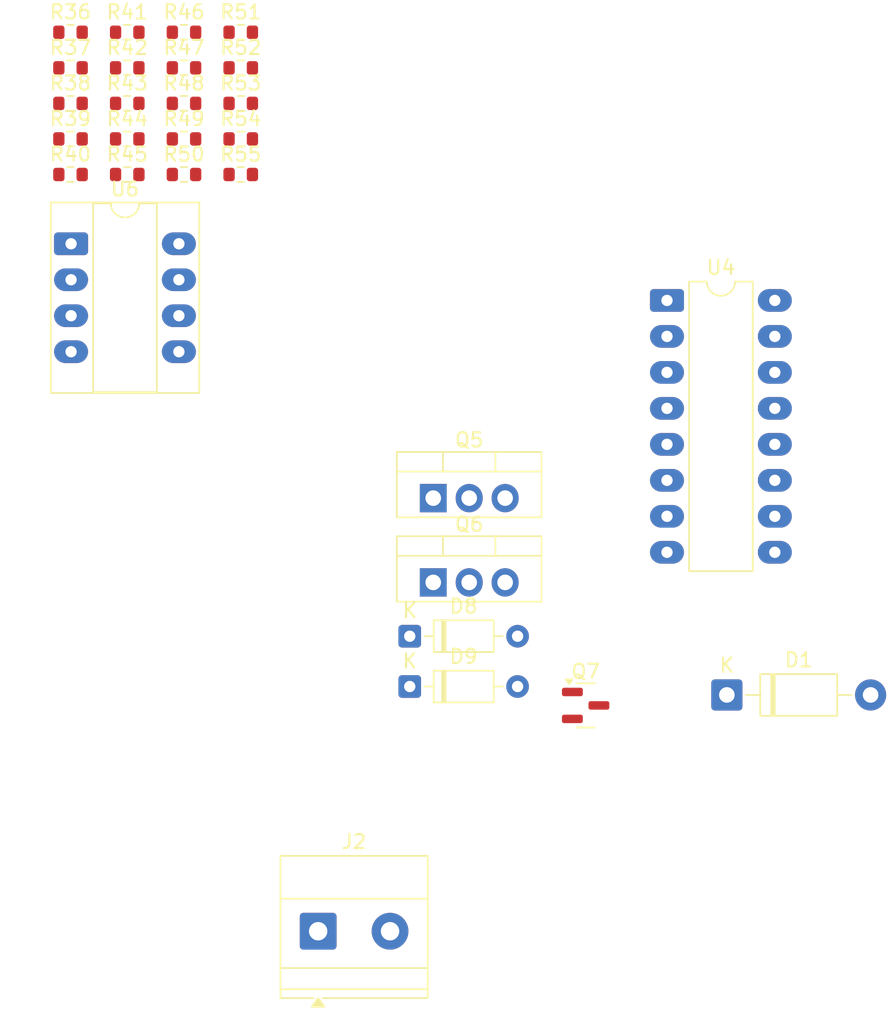
<source format=kicad_pcb>
(kicad_pcb (version 20241229) (generator "pcbnew") (generator_version "9.0")
  (layers (0 "F.Cu" signal) (2 "B.Cu" signal) (13 "F.Paste" user) (15 "B.Paste" user) (5 "F.SilkS" user "F.Silkscreen") (7 "B.SilkS" user "B.Silkscreen") (1 "F.Mask" user) (3 "B.Mask" user) (25 "Edge.Cuts" user))
  (net 0 "")
  (net 1 "+12V")
  (net 2 "Net-(D8-K)")
  (net 3 "Net-(D8-A)")
  (net 4 "Net-(D9-K)")
  (net 5 "Net-(D9-A)")
  (net 6 "VCC")
  (net 7 "Net-(Q5-S)")
  (net 8 "GND")
  (net 9 "Net-(Q7-G)")
  (net 10 "Net-(Q7-D)")
  (net 11 "Net-(U4-RT)")
  (net 12 "Net-(U4-DTC)")
  (net 13 "Net-(U4-1IN-)")
  (net 14 "V_fb")
  (net 15 "Net-(U4-CT)")
  (net 16 "I_set")
  (net 17 "+5V")
  (net 18 "Net-(U4-E1)")
  (net 19 "Net-(U4-FB)")
  (net 20 "Net-(D1-K)")
  (net 21 "Net-(C17-Pad2)")
  (net 22 "Net-(C16-Pad1)")
  (net 23 "Net-(C17-Pad1)")
  (net 24 "V_set")
  (net 25 "Net-(C20-Pad1)")
  (footprint "Resistor_SMD:R_0603_1608Metric" (layer "F.Cu") (at 115.17 56.28)
    (property "Reference" "R50" (at 0 -1.43 0) (layer "F.SilkS"))
    (property "Value" "R0603/10k")
    (fp_line (start -0.237258 -0.5225) (end 0.237258 -0.5225) (stroke (width 0.12)) (layer "F.SilkS"))
    (fp_line (start -0.237258 0.5225) (end 0.237258 0.5225) (stroke (width 0.12)) (layer "F.SilkS"))
    (pad "1" smd roundrect (at -0.825 0) (size 0.8 0.95) (layers "F.Cu" "F.Mask" "F.Paste") (net 7 "Net-(Q5-S)"))
    (pad "2" smd roundrect (at 0.825 0) (size 0.8 0.95) (layers "F.Cu" "F.Mask" "F.Paste") (net 3 "Net-(D8-A)"))
  )
  (footprint "Diode_THT:D_DO-35_SOD27_P7.62mm_Horizontal" (layer "F.Cu") (at 131.1225 92.425)
    (property "Reference" "D9" (at 3.81 -2.12 0) (layer "F.SilkS"))
    (property "Value" "1N4148")
    (fp_line (start 1.04 0) (end 1.69 0) (stroke (width 0.12)) (layer "F.SilkS"))
    (fp_line (start 2.29 -1.12) (end 2.29 1.12) (stroke (width 0.12)) (layer "F.SilkS"))
    (fp_line (start 2.41 -1.12) (end 2.41 1.12) (stroke (width 0.12)) (layer "F.SilkS"))
    (fp_line (start 2.53 -1.12) (end 2.53 1.12) (stroke (width 0.12)) (layer "F.SilkS"))
    (fp_line (start 6.58 0) (end 5.93 0) (stroke (width 0.12)) (layer "F.SilkS"))
    (fp_rect (start 1.69 -1.12) (end 5.93 1.12) (stroke (width 0.12)) (fill no) (layer "F.SilkS"))
    (fp_text user "K" (at 0 -1.8 0) (layer "F.SilkS"))
    (pad "1" thru_hole roundrect (at 0 0) (size 1.6 1.6) (drill 0.8) (layers "*.Cu" "*.Mask") (roundrect_rratio 0.15625) (net 4 "Net-(D9-K)"))
    (pad "2" thru_hole circle (at 7.62 0) (size 1.6 1.6) (drill 0.8) (layers "*.Cu" "*.Mask") (net 5 "Net-(D9-A)"))
  )
  (footprint "Resistor_SMD:R_0603_1608Metric" (layer "F.Cu") (at 111.16 46.24)
    (property "Reference" "R41" (at 0 -1.43 0) (layer "F.SilkS"))
    (property "Value" "R0603/150K")
    (fp_line (start -0.237258 -0.5225) (end 0.237258 -0.5225) (stroke (width 0.12)) (layer "F.SilkS"))
    (fp_line (start -0.237258 0.5225) (end 0.237258 0.5225) (stroke (width 0.12)) (layer "F.SilkS"))
    (pad "1" smd roundrect (at -0.825 0) (size 0.8 0.95) (layers "F.Cu" "F.Mask" "F.Paste") (net 11 "Net-(U4-RT)"))
    (pad "2" smd roundrect (at 0.825 0) (size 0.8 0.95) (layers "F.Cu" "F.Mask" "F.Paste") (net 8 "GND"))
  )
  (footprint "Resistor_SMD:R_0603_1608Metric" (layer "F.Cu") (at 107.15 53.77)
    (property "Reference" "R39" (at 0 -1.43 0) (layer "F.SilkS"))
    (property "Value" "R0603/10k")
    (fp_line (start -0.237258 -0.5225) (end 0.237258 -0.5225) (stroke (width 0.12)) (layer "F.SilkS"))
    (fp_line (start -0.237258 0.5225) (end 0.237258 0.5225) (stroke (width 0.12)) (layer "F.SilkS"))
    (pad "1" smd roundrect (at -0.825 0) (size 0.8 0.95) (layers "F.Cu" "F.Mask" "F.Paste") (net 13 "Net-(U4-1IN-)"))
    (pad "2" smd roundrect (at 0.825 0) (size 0.8 0.95) (layers "F.Cu" "F.Mask" "F.Paste") (net 17 "+5V"))
  )
  (footprint "Resistor_SMD:R_0603_1608Metric" (layer "F.Cu") (at 111.16 48.75)
    (property "Reference" "R42" (at 0 -1.43 0) (layer "F.SilkS"))
    (property "Value" "R0603/0R")
    (fp_line (start -0.237258 -0.5225) (end 0.237258 -0.5225) (stroke (width 0.12)) (layer "F.SilkS"))
    (fp_line (start -0.237258 0.5225) (end 0.237258 0.5225) (stroke (width 0.12)) (layer "F.SilkS"))
    (pad "1" smd roundrect (at -0.825 0) (size 0.8 0.95) (layers "F.Cu" "F.Mask" "F.Paste") (net 19 "Net-(U4-FB)"))
    (pad "2" smd roundrect (at 0.825 0) (size 0.8 0.95) (layers "F.Cu" "F.Mask" "F.Paste") (net 22 "Net-(C16-Pad1)"))
  )
  (footprint "Diode_THT:D_DO-41_SOD81_P10.16mm_Horizontal" (layer "F.Cu") (at 153.53 93.02)
    (property "Reference" "D1" (at 5.08 -2.47 0) (layer "F.SilkS"))
    (property "Value" "1N5819")
    (fp_line (start 1.34 0) (end 2.36 0) (stroke (width 0.12)) (layer "F.SilkS"))
    (fp_line (start 3.14 -1.47) (end 3.14 1.47) (stroke (width 0.12)) (layer "F.SilkS"))
    (fp_line (start 3.26 -1.47) (end 3.26 1.47) (stroke (width 0.12)) (layer "F.SilkS"))
    (fp_line (start 3.38 -1.47) (end 3.38 1.47) (stroke (width 0.12)) (layer "F.SilkS"))
    (fp_line (start 8.82 0) (end 7.8 0) (stroke (width 0.12)) (layer "F.SilkS"))
    (fp_rect (start 2.36 -1.47) (end 7.8 1.47) (stroke (width 0.12)) (fill no) (layer "F.SilkS"))
    (fp_text user "K" (at 0 -2.1 0) (layer "F.SilkS"))
    (pad "1" thru_hole roundrect (at 0 0) (size 2.2 2.2) (drill 1.1) (layers "*.Cu" "*.Mask") (roundrect_rratio 0.113636) (net 20 "Net-(D1-K)"))
    (pad "2" thru_hole circle (at 10.16 0) (size 2.2 2.2) (drill 1.1) (layers "*.Cu" "*.Mask") (net 1 "+12V"))
  )
  (footprint "Resistor_SMD:R_0603_1608Metric" (layer "F.Cu") (at 119.18 53.77)
    (property "Reference" "R54" (at 0 -1.43 0) (layer "F.SilkS"))
    (property "Value" "R0603/120K")
    (fp_line (start -0.237258 -0.5225) (end 0.237258 -0.5225) (stroke (width 0.12)) (layer "F.SilkS"))
    (fp_line (start -0.237258 0.5225) (end 0.237258 0.5225) (stroke (width 0.12)) (layer "F.SilkS"))
    (pad "1" smd roundrect (at -0.825 0) (size 0.8 0.95) (layers "F.Cu" "F.Mask" "F.Paste") (net 12 "Net-(U4-DTC)"))
    (pad "2" smd roundrect (at 0.825 0) (size 0.8 0.95) (layers "F.Cu" "F.Mask" "F.Paste") (net 17 "+5V"))
  )
  (footprint "Package_DIP:CERDIP-16_W7.62mm_SideBrazed_LongPads" (layer "F.Cu") (at 149.3 65.17)
    (property "Reference" "U4" (at 3.81 -2.33 0) (layer "F.SilkS"))
    (property "Value" "TL494")
    (fp_line (start 1.56 -1.33) (end 1.56 19.11) (stroke (width 0.12)) (layer "F.SilkS"))
    (fp_line (start 1.56 19.11) (end 6.06 19.11) (stroke (width 0.12)) (layer "F.SilkS"))
    (fp_line (start 2.81 -1.33) (end 1.56 -1.33) (stroke (width 0.12)) (layer "F.SilkS"))
    (fp_line (start 6.06 -1.33) (end 4.81 -1.33) (stroke (width 0.12)) (layer "F.SilkS"))
    (fp_line (start 6.06 19.11) (end 6.06 -1.33) (stroke (width 0.12)) (layer "F.SilkS"))
    (fp_arc (start 4.81 -1.33) (mid 3.81 -0.33) (end 2.81 -1.33) (stroke (width 0.12)) (layer "F.SilkS"))
    (pad "1" thru_hole roundrect (at 0 0) (size 2.4 1.6) (drill 0.8) (layers "*.Cu" "*.Mask") (roundrect_rratio 0.15625) (net 14 "V_fb"))
    (pad "2" thru_hole oval (at 0 2.54) (size 2.4 1.6) (drill 0.8) (layers "*.Cu" "*.Mask") (net 13 "Net-(U4-1IN-)"))
    (pad "3" thru_hole oval (at 0 5.08) (size 2.4 1.6) (drill 0.8) (layers "*.Cu" "*.Mask") (net 19 "Net-(U4-FB)"))
    (pad "4" thru_hole oval (at 0 7.62) (size 2.4 1.6) (drill 0.8) (layers "*.Cu" "*.Mask") (net 12 "Net-(U4-DTC)"))
    (pad "5" thru_hole oval (at 0 10.16) (size 2.4 1.6) (drill 0.8) (layers "*.Cu" "*.Mask") (net 15 "Net-(U4-CT)"))
    (pad "6" thru_hole oval (at 0 12.7) (size 2.4 1.6) (drill 0.8) (layers "*.Cu" "*.Mask") (net 11 "Net-(U4-RT)"))
    (pad "7" thru_hole oval (at 0 15.24) (size 2.4 1.6) (drill 0.8) (layers "*.Cu" "*.Mask") (net 8 "GND"))
    (pad "8" thru_hole oval (at 0 17.78) (size 2.4 1.6) (drill 0.8) (layers "*.Cu" "*.Mask") (net 1 "+12V"))
    (pad "9" thru_hole oval (at 7.62 17.78) (size 2.4 1.6) (drill 0.8) (layers "*.Cu" "*.Mask") (net 18 "Net-(U4-E1)"))
    (pad "10" thru_hole oval (at 7.62 15.24) (size 2.4 1.6) (drill 0.8) (layers "*.Cu" "*.Mask") (net 18 "Net-(U4-E1)"))
    (pad "11" thru_hole oval (at 7.62 12.7) (size 2.4 1.6) (drill 0.8) (layers "*.Cu" "*.Mask") (net 1 "+12V"))
    (pad "12" thru_hole oval (at 7.62 10.16) (size 2.4 1.6) (drill 0.8) (layers "*.Cu" "*.Mask") (net 1 "+12V"))
    (pad "13" thru_hole oval (at 7.62 7.62) (size 2.4 1.6) (drill 0.8) (layers "*.Cu" "*.Mask") (net 8 "GND"))
    (pad "14" thru_hole oval (at 7.62 5.08) (size 2.4 1.6) (drill 0.8) (layers "*.Cu" "*.Mask") (net 17 "+5V"))
    (pad "15" thru_hole oval (at 7.62 2.54) (size 2.4 1.6) (drill 0.8) (layers "*.Cu" "*.Mask") (net 13 "Net-(U4-1IN-)"))
    (pad "16" thru_hole oval (at 7.62 0) (size 2.4 1.6) (drill 0.8) (layers "*.Cu" "*.Mask") (net 16 "I_set"))
  )
  (footprint "Resistor_SMD:R_0603_1608Metric" (layer "F.Cu") (at 119.18 51.26)
    (property "Reference" "R53" (at 0 -1.43 0) (layer "F.SilkS"))
    (property "Value" "RS/0.5R")
    (fp_line (start -0.237258 -0.5225) (end 0.237258 -0.5225) (stroke (width 0.12)) (layer "F.SilkS"))
    (fp_line (start -0.237258 0.5225) (end 0.237258 0.5225) (stroke (width 0.12)) (layer "F.SilkS"))
    (pad "1" smd roundrect (at -0.825 0) (size 0.8 0.95) (layers "F.Cu" "F.Mask" "F.Paste") (net 8 "GND"))
    (pad "2" smd roundrect (at 0.825 0) (size 0.8 0.95) (layers "F.Cu" "F.Mask" "F.Paste") (net 16 "I_set"))
  )
  (footprint "Package_TO_SOT_SMD:SOT-23" (layer "F.Cu") (at 143.5525 93.76)
    (property "Reference" "Q7" (at 0 -2.4 0) (layer "F.SilkS"))
    (property "Value" "2N7002")
    (fp_line (start 0 -1.56) (end -0.65 -1.56) (stroke (width 0.12)) (layer "F.SilkS"))
    (fp_line (start 0 -1.56) (end 0.65 -1.56) (stroke (width 0.12)) (layer "F.SilkS"))
    (fp_line (start 0 1.56) (end -0.65 1.56) (stroke (width 0.12)) (layer "F.SilkS"))
    (fp_line (start 0 1.56) (end 0.65 1.56) (stroke (width 0.12)) (layer "F.SilkS"))
    (fp_poly (pts (xy -1.1625 -1.51) (xy -1.4025 -1.84) (xy -0.9225 -1.84)) (stroke (width 0.12)) (fill yes) (layer "F.SilkS"))
    (pad "1" smd roundrect (at -0.9375 -0.95) (size 1.475 0.6) (layers "F.Cu" "F.Mask" "F.Paste") (net 9 "Net-(Q7-G)"))
    (pad "2" smd roundrect (at -0.9375 0.95) (size 1.475 0.6) (layers "F.Cu" "F.Mask" "F.Paste") (net 8 "GND"))
    (pad "3" smd roundrect (at 0.9375 0) (size 1.475 0.6) (layers "F.Cu" "F.Mask" "F.Paste") (net 10 "Net-(Q7-D)"))
  )
  (footprint "Package_TO_SOT_THT:TO-220-3_Vertical" (layer "F.Cu") (at 132.7825 85.075)
    (property "Reference" "Q6" (at 2.54 -4.1 0) (layer "F.SilkS"))
    (property "Value" "IRF3205")
    (fp_line (start -2.57 -3.26) (end 7.65 -3.26) (stroke (width 0.12)) (layer "F.SilkS"))
    (fp_line (start -2.57 -1.88) (end 7.65 -1.88) (stroke (width 0.12)) (layer "F.SilkS"))
    (fp_line (start -2.57 1.36) (end -2.57 -3.26) (stroke (width 0.12)) (layer "F.SilkS"))
    (fp_line (start 0.69 -3.26) (end 0.69 -1.88) (stroke (width 0.12)) (layer "F.SilkS"))
    (fp_line (start 4.39 -3.26) (end 4.39 -1.88) (stroke (width 0.12)) (layer "F.SilkS"))
    (fp_line (start 7.65 -3.26) (end 7.65 1.36) (stroke (width 0.12)) (layer "F.SilkS"))
    (fp_line (start 7.65 1.36) (end -2.57 1.36) (stroke (width 0.12)) (layer "F.SilkS"))
    (pad "1" thru_hole rect (at 0 0) (size 1.905 2) (drill 1.1) (layers "*.Cu" "*.Mask") (net 5 "Net-(D9-A)"))
    (pad "2" thru_hole oval (at 2.54 0) (size 1.905 2) (drill 1.1) (layers "*.Cu" "*.Mask") (net 7 "Net-(Q5-S)"))
    (pad "3" thru_hole oval (at 5.08 0) (size 1.905 2) (drill 1.1) (layers "*.Cu" "*.Mask") (net 8 "GND"))
  )
  (footprint "Package_DIP:CERDIP-8_W7.62mm_SideBrazed_LongPads_Socket" (layer "F.Cu") (at 107.19 61.17)
    (property "Reference" "U6" (at 3.81 -3.855 0) (layer "F.SilkS"))
    (property "Value" "IR2101")
    (fp_line (start 1.56 -2.855) (end 1.56 10.475) (stroke (width 0.12)) (layer "F.SilkS"))
    (fp_line (start 1.56 10.475) (end 6.06 10.475) (stroke (width 0.12)) (layer "F.SilkS"))
    (fp_line (start 2.81 -2.855) (end 1.56 -2.855) (stroke (width 0.12)) (layer "F.SilkS"))
    (fp_line (start 6.06 -2.855) (end 4.81 -2.855) (stroke (width 0.12)) (layer "F.SilkS"))
    (fp_line (start 6.06 10.475) (end 6.06 -2.855) (stroke (width 0.12)) (layer "F.SilkS"))
    (fp_rect (start -1.44 -2.915) (end 9.06 10.535) (stroke (width 0.12)) (fill no) (layer "F.SilkS"))
    (fp_arc (start 4.81 -2.855) (mid 3.81 -1.855) (end 2.81 -2.855) (stroke (width 0.12)) (layer "F.SilkS"))
    (pad "1" thru_hole roundrect (at 0 0) (size 2.4 1.6) (drill 0.8) (layers "*.Cu" "*.Mask") (roundrect_rratio 0.15625) (net 1 "+12V"))
    (pad "2" thru_hole oval (at 0 2.54) (size 2.4 1.6) (drill 0.8) (layers "*.Cu" "*.Mask") (net 9 "Net-(Q7-G)"))
    (pad "3" thru_hole oval (at 0 5.08) (size 2.4 1.6) (drill 0.8) (layers "*.Cu" "*.Mask") (net 10 "Net-(Q7-D)"))
    (pad "4" thru_hole oval (at 0 7.62) (size 2.4 1.6) (drill 0.8) (layers "*.Cu" "*.Mask") (net 8 "GND"))
    (pad "5" thru_hole oval (at 7.62 7.62) (size 2.4 1.6) (drill 0.8) (layers "*.Cu" "*.Mask") (net 4 "Net-(D9-K)"))
    (pad "6" thru_hole oval (at 7.62 5.08) (size 2.4 1.6) (drill 0.8) (layers "*.Cu" "*.Mask") (net 7 "Net-(Q5-S)"))
    (pad "7" thru_hole oval (at 7.62 2.54) (size 2.4 1.6) (drill 0.8) (layers "*.Cu" "*.Mask") (net 2 "Net-(D8-K)"))
    (pad "8" thru_hole oval (at 7.62 0) (size 2.4 1.6) (drill 0.8) (layers "*.Cu" "*.Mask") (net 20 "Net-(D1-K)"))
  )
  (footprint "Resistor_SMD:R_0603_1608Metric" (layer "F.Cu") (at 107.15 51.26)
    (property "Reference" "R38" (at 0 -1.43 0) (layer "F.SilkS"))
    (property "Value" "R0603/10k")
    (fp_line (start -0.237258 -0.5225) (end 0.237258 -0.5225) (stroke (width 0.12)) (layer "F.SilkS"))
    (fp_line (start -0.237258 0.5225) (end 0.237258 0.5225) (stroke (width 0.12)) (layer "F.SilkS"))
    (pad "1" smd roundrect (at -0.825 0) (size 0.8 0.95) (layers "F.Cu" "F.Mask" "F.Paste") (net 8 "GND"))
    (pad "2" smd roundrect (at 0.825 0) (size 0.8 0.95) (layers "F.Cu" "F.Mask" "F.Paste") (net 12 "Net-(U4-DTC)"))
  )
  (footprint "Resistor_SMD:R_0603_1608Metric" (layer "F.Cu") (at 119.18 46.24)
    (property "Reference" "R51" (at 0 -1.43 0) (layer "F.SilkS"))
    (property "Value" "R0603/10k")
    (fp_line (start -0.237258 -0.5225) (end 0.237258 -0.5225) (stroke (width 0.12)) (layer "F.SilkS"))
    (fp_line (start -0.237258 0.5225) (end 0.237258 0.5225) (stroke (width 0.12)) (layer "F.SilkS"))
    (pad "1" smd roundrect (at -0.825 0) (size 0.8 0.95) (layers "F.Cu" "F.Mask" "F.Paste") (net 8 "GND"))
    (pad "2" smd roundrect (at 0.825 0) (size 0.8 0.95) (layers "F.Cu" "F.Mask" "F.Paste") (net 5 "Net-(D9-A)"))
  )
  (footprint "Resistor_SMD:R_0603_1608Metric" (layer "F.Cu") (at 107.15 48.75)
    (property "Reference" "R37" (at 0 -1.43 0) (layer "F.SilkS"))
    (property "Value" "R0603/220R")
    (fp_line (start -0.237258 -0.5225) (end 0.237258 -0.5225) (stroke (width 0.12)) (layer "F.SilkS"))
    (fp_line (start -0.237258 0.5225) (end 0.237258 0.5225) (stroke (width 0.12)) (layer "F.SilkS"))
    (pad "1" smd roundrect (at -0.825 0) (size 0.8 0.95) (layers "F.Cu" "F.Mask" "F.Paste") (net 8 "GND"))
    (pad "2" smd roundrect (at 0.825 0) (size 0.8 0.95) (layers "F.Cu" "F.Mask" "F.Paste") (net 21 "Net-(C17-Pad2)"))
  )
  (footprint "Package_TO_SOT_THT:TO-220-3_Vertical" (layer "F.Cu") (at 132.7825 79.125)
    (property "Reference" "Q5" (at 2.54 -4.1 0) (layer "F.SilkS"))
    (property "Value" "IRF3205")
    (fp_line (start -2.57 -3.26) (end 7.65 -3.26) (stroke (width 0.12)) (layer "F.SilkS"))
    (fp_line (start -2.57 -1.88) (end 7.65 -1.88) (stroke (width 0.12)) (layer "F.SilkS"))
    (fp_line (start -2.57 1.36) (end -2.57 -3.26) (stroke (width 0.12)) (layer "F.SilkS"))
    (fp_line (start 0.69 -3.26) (end 0.69 -1.88) (stroke (width 0.12)) (layer "F.SilkS"))
    (fp_line (start 4.39 -3.26) (end 4.39 -1.88) (stroke (width 0.12)) (layer "F.SilkS"))
    (fp_line (start 7.65 -3.26) (end 7.65 1.36) (stroke (width 0.12)) (layer "F.SilkS"))
    (fp_line (start 7.65 1.36) (end -2.57 1.36) (stroke (width 0.12)) (layer "F.SilkS"))
    (pad "1" thru_hole rect (at 0 0) (size 1.905 2) (drill 1.1) (layers "*.Cu" "*.Mask") (net 3 "Net-(D8-A)"))
    (pad "2" thru_hole oval (at 2.54 0) (size 1.905 2) (drill 1.1) (layers "*.Cu" "*.Mask") (net 6 "VCC"))
    (pad "3" thru_hole oval (at 5.08 0) (size 1.905 2) (drill 1.1) (layers "*.Cu" "*.Mask") (net 7 "Net-(Q5-S)"))
  )
  (footprint "TerminalBlock_Phoenix:TerminalBlock_Phoenix_MKDS-1,5-2-5.08_1x02_P5.08mm_Horizontal" (layer "F.Cu") (at 124.65 109.7)
    (property "Reference" "J2" (at 2.54 -6.32 0) (layer "F.SilkS"))
    (property "Value" "DC INPUT")
    (fp_line (start -2.66 -5.32) (end 7.74 -5.32) (stroke (width 0.12)) (layer "F.SilkS"))
    (fp_line (start -2.66 -2.3) (end 7.74 -2.3) (stroke (width 0.12)) (layer "F.SilkS"))
    (fp_line (start -2.66 2.6) (end 7.74 2.6) (stroke (width 0.12)) (layer "F.SilkS"))
    (fp_line (start -2.66 4.1) (end 7.74 4.1) (stroke (width 0.12)) (layer "F.SilkS"))
    (fp_line (start -2.66 4.72) (end -2.66 -5.32) (stroke (width 0.12)) (layer "F.SilkS"))
    (fp_line (start -0.3 4.72) (end -2.66 4.72) (stroke (width 0.12)) (layer "F.SilkS"))
    (fp_line (start 7.74 -5.32) (end 7.74 4.72) (stroke (width 0.12)) (layer "F.SilkS"))
    (fp_line (start 7.74 4.72) (end 0.3 4.72) (stroke (width 0.12)) (layer "F.SilkS"))
    (fp_poly (pts (xy 0 4.72) (xy 0.44 5.33) (xy -0.44 5.33)) (stroke (width 0.12)) (fill yes) (layer "F.SilkS"))
    (pad "1" thru_hole roundrect (at 0 0) (size 2.6 2.6) (drill 1.3) (layers "*.Cu" "*.Mask") (roundrect_rratio 0.096154) (net 8 "GND"))
    (pad "2" thru_hole circle (at 5.08 0) (size 2.6 2.6) (drill 1.3) (layers "*.Cu" "*.Mask") (net 6 "VCC"))
  )
  (footprint "Resistor_SMD:R_0603_1608Metric" (layer "F.Cu") (at 111.16 53.77)
    (property "Reference" "R44" (at 0 -1.43 0) (layer "F.SilkS"))
    (property "Value" "R0603/4.7k")
    (fp_line (start -0.237258 -0.5225) (end 0.237258 -0.5225) (stroke (width 0.12)) (layer "F.SilkS"))
    (fp_line (start -0.237258 0.5225) (end 0.237258 0.5225) (stroke (width 0.12)) (layer "F.SilkS"))
    (pad "1" smd roundrect (at -0.825 0) (size 0.8 0.95) (layers "F.Cu" "F.Mask" "F.Paste") (net 10 "Net-(Q7-D)"))
    (pad "2" smd roundrect (at 0.825 0) (size 0.8 0.95) (layers "F.Cu" "F.Mask" "F.Paste") (net 17 "+5V"))
  )
  (footprint "Resistor_SMD:R_0603_1608Metric" (layer "F.Cu") (at 115.17 53.77)
    (property "Reference" "R49" (at 0 -1.43 0) (layer "F.SilkS"))
    (property "Value" "R0603/10R")
    (fp_line (start -0.237258 -0.5225) (end 0.237258 -0.5225) (stroke (width 0.12)) (layer "F.SilkS"))
    (fp_line (start -0.237258 0.5225) (end 0.237258 0.5225) (stroke (width 0.12)) (layer "F.SilkS"))
    (pad "1" smd roundrect (at -0.825 0) (size 0.8 0.95) (layers "F.Cu" "F.Mask" "F.Paste") (net 4 "Net-(D9-K)"))
    (pad "2" smd roundrect (at 0.825 0) (size 0.8 0.95) (layers "F.Cu" "F.Mask" "F.Paste") (net 5 "Net-(D9-A)"))
  )
  (footprint "Resistor_SMD:R_0603_1608Metric" (layer "F.Cu") (at 119.18 56.28)
    (property "Reference" "R55" (at 0 -1.43 0) (layer "F.SilkS"))
    (property "Value" "R0603/56k")
    (fp_line (start -0.237258 -0.5225) (end 0.237258 -0.5225) (stroke (width 0.12)) (layer "F.SilkS"))
    (fp_line (start -0.237258 0.5225) (end 0.237258 0.5225) (stroke (width 0.12)) (layer "F.SilkS"))
    (pad "1" smd roundrect (at -0.825 0) (size 0.8 0.95) (layers "F.Cu" "F.Mask" "F.Paste") (net 24 "V_set"))
    (pad "2" smd roundrect (at 0.825 0) (size 0.8 0.95) (layers "F.Cu" "F.Mask" "F.Paste") (net 25 "Net-(C20-Pad1)"))
  )
  (footprint "Diode_THT:D_DO-35_SOD27_P7.62mm_Horizontal" (layer "F.Cu") (at 131.1225 88.875)
    (property "Reference" "D8" (at 3.81 -2.12 0) (layer "F.SilkS"))
    (property "Value" "1N4148")
    (fp_line (start 1.04 0) (end 1.69 0) (stroke (width 0.12)) (layer "F.SilkS"))
    (fp_line (start 2.29 -1.12) (end 2.29 1.12) (stroke (width 0.12)) (layer "F.SilkS"))
    (fp_line (start 2.41 -1.12) (end 2.41 1.12) (stroke (width 0.12)) (layer "F.SilkS"))
    (fp_line (start 2.53 -1.12) (end 2.53 1.12) (stroke (width 0.12)) (layer "F.SilkS"))
    (fp_line (start 6.58 0) (end 5.93 0) (stroke (width 0.12)) (layer "F.SilkS"))
    (fp_rect (start 1.69 -1.12) (end 5.93 1.12) (stroke (width 0.12)) (fill no) (layer "F.SilkS"))
    (fp_text user "K" (at 0 -1.8 0) (layer "F.SilkS"))
    (pad "1" thru_hole roundrect (at 0 0) (size 1.6 1.6) (drill 0.8) (layers "*.Cu" "*.Mask") (roundrect_rratio 0.15625) (net 2 "Net-(D8-K)"))
    (pad "2" thru_hole circle (at 7.62 0) (size 1.6 1.6) (drill 0.8) (layers "*.Cu" "*.Mask") (net 3 "Net-(D8-A)"))
  )
  (footprint "Resistor_SMD:R_0603_1608Metric" (layer "F.Cu") (at 107.15 46.24)
    (property "Reference" "R36" (at 0 -1.43 0) (layer "F.SilkS"))
    (property "Value" "R0603/10k")
    (fp_line (start -0.237258 -0.5225) (end 0.237258 -0.5225) (stroke (width 0.12)) (layer "F.SilkS"))
    (fp_line (start -0.237258 0.5225) (end 0.237258 0.5225) (stroke (width 0.12)) (layer "F.SilkS"))
    (pad "1" smd roundrect (at -0.825 0) (size 0.8 0.95) (layers "F.Cu" "F.Mask" "F.Paste") (net 21 "Net-(C17-Pad2)"))
    (pad "2" smd roundrect (at 0.825 0) (size 0.8 0.95) (layers "F.Cu" "F.Mask" "F.Paste") (net 17 "+5V"))
  )
  (footprint "Resistor_SMD:R_0603_1608Metric" (layer "F.Cu") (at 115.17 46.24)
    (property "Reference" "R46" (at 0 -1.43 0) (layer "F.SilkS"))
    (property "Value" "R0603/4.7k")
    (fp_line (start -0.237258 -0.5225) (end 0.237258 -0.5225) (stroke (width 0.12)) (layer "F.SilkS"))
    (fp_line (start -0.237258 0.5225) (end 0.237258 0.5225) (stroke (width 0.12)) (layer "F.SilkS"))
    (pad "1" smd roundrect (at -0.825 0) (size 0.8 0.95) (layers "F.Cu" "F.Mask" "F.Paste") (net 8 "GND"))
    (pad "2" smd roundrect (at 0.825 0) (size 0.8 0.95) (layers "F.Cu" "F.Mask" "F.Paste") (net 9 "Net-(Q7-G)"))
  )
  (footprint "Resistor_SMD:R_0603_1608Metric" (layer "F.Cu") (at 115.17 51.26)
    (property "Reference" "R48" (at 0 -1.43 0) (layer "F.SilkS"))
    (property "Value" "R0603/10R")
    (fp_line (start -0.237258 -0.5225) (end 0.237258 -0.5225) (stroke (width 0.12)) (layer "F.SilkS"))
    (fp_line (start -0.237258 0.5225) (end 0.237258 0.5225) (stroke (width 0.12)) (layer "F.SilkS"))
    (pad "1" smd roundrect (at -0.825 0) (size 0.8 0.95) (layers "F.Cu" "F.Mask" "F.Paste") (net 2 "Net-(D8-K)"))
    (pad "2" smd roundrect (at 0.825 0) (size 0.8 0.95) (layers "F.Cu" "F.Mask" "F.Paste") (net 3 "Net-(D8-A)"))
  )
  (footprint "Resistor_SMD:R_0603_1608Metric" (layer "F.Cu") (at 119.18 48.75)
    (property "Reference" "R52" (at 0 -1.43 0) (layer "F.SilkS"))
    (property "Value" "R0603/10k")
    (fp_line (start -0.237258 -0.5225) (end 0.237258 -0.5225) (stroke (width 0.12)) (layer "F.SilkS"))
    (fp_line (start -0.237258 0.5225) (end 0.237258 0.5225) (stroke (width 0.12)) (layer "F.SilkS"))
    (pad "1" smd roundrect (at -0.825 0) (size 0.8 0.95) (layers "F.Cu" "F.Mask" "F.Paste") (net 24 "V_set"))
    (pad "2" smd roundrect (at 0.825 0) (size 0.8 0.95) (layers "F.Cu" "F.Mask" "F.Paste") (net 8 "GND"))
  )
  (footprint "Resistor_SMD:R_0603_1608Metric" (layer "F.Cu") (at 111.16 51.26)
    (property "Reference" "R43" (at 0 -1.43 0) (layer "F.SilkS"))
    (property "Value" "R0603/0R")
    (fp_line (start -0.237258 -0.5225) (end 0.237258 -0.5225) (stroke (width 0.12)) (layer "F.SilkS"))
    (fp_line (start -0.237258 0.5225) (end 0.237258 0.5225) (stroke (width 0.12)) (layer "F.SilkS"))
    (pad "1" smd roundrect (at -0.825 0) (size 0.8 0.95) (layers "F.Cu" "F.Mask" "F.Paste") (net 19 "Net-(U4-FB)"))
    (pad "2" smd roundrect (at 0.825 0) (size 0.8 0.95) (layers "F.Cu" "F.Mask" "F.Paste") (net 23 "Net-(C17-Pad1)"))
  )
  (footprint "Resistor_SMD:R_0603_1608Metric" (layer "F.Cu") (at 111.16 56.28)
    (property "Reference" "R45" (at 0 -1.43 0) (layer "F.SilkS"))
    (property "Value" "R0603/4.7k")
    (fp_line (start -0.237258 -0.5225) (end 0.237258 -0.5225) (stroke (width 0.12)) (layer "F.SilkS"))
    (fp_line (start -0.237258 0.5225) (end 0.237258 0.5225) (stroke (width 0.12)) (layer "F.SilkS"))
    (pad "1" smd roundrect (at -0.825 0) (size 0.8 0.95) (layers "F.Cu" "F.Mask" "F.Paste") (net 18 "Net-(U4-E1)"))
    (pad "2" smd roundrect (at 0.825 0) (size 0.8 0.95) (layers "F.Cu" "F.Mask" "F.Paste") (net 9 "Net-(Q7-G)"))
  )
  (footprint "Resistor_SMD:R_0603_1608Metric" (layer "F.Cu") (at 115.17 48.75)
    (property "Reference" "R47" (at 0 -1.43 0) (layer "F.SilkS"))
    (property "Value" "R0603/3.3k")
    (fp_line (start -0.237258 -0.5225) (end 0.237258 -0.5225) (stroke (width 0.12)) (layer "F.SilkS"))
    (fp_line (start -0.237258 0.5225) (end 0.237258 0.5225) (stroke (width 0.12)) (layer "F.SilkS"))
    (pad "1" smd roundrect (at -0.825 0) (size 0.8 0.95) (layers "F.Cu" "F.Mask" "F.Paste") (net 9 "Net-(Q7-G)"))
    (pad "2" smd roundrect (at 0.825 0) (size 0.8 0.95) (layers "F.Cu" "F.Mask" "F.Paste") (net 8 "GND"))
  )
  (footprint "Resistor_SMD:R_0603_1608Metric" (layer "F.Cu") (at 107.15 56.28)
    (property "Reference" "R40" (at 0 -1.43 0) (layer "F.SilkS"))
    (property "Value" "R0603/10k")
    (fp_line (start -0.237258 -0.5225) (end 0.237258 -0.5225) (stroke (width 0.12)) (layer "F.SilkS"))
    (fp_line (start -0.237258 0.5225) (end 0.237258 0.5225) (stroke (width 0.12)) (layer "F.SilkS"))
    (pad "1" smd roundrect (at -0.825 0) (size 0.8 0.95) (layers "F.Cu" "F.Mask" "F.Paste") (net 8 "GND"))
    (pad "2" smd roundrect (at 0.825 0) (size 0.8 0.95) (layers "F.Cu" "F.Mask" "F.Paste") (net 13 "Net-(U4-1IN-)"))
  )
)
</source>
